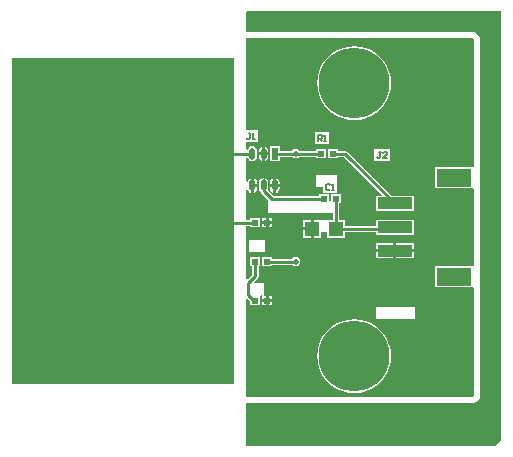
<source format=gtl>
%FSLAX23Y23*%
%MOIN*%
G70*
G01*
G75*
G04 Layer_Physical_Order=1*
G04 Layer_Color=255*
%ADD10O,0.022X0.039*%
%ADD11R,0.022X0.039*%
%ADD12R,0.118X0.039*%
%ADD13R,0.118X0.059*%
%ADD14R,0.024X0.020*%
%ADD15R,0.050X0.050*%
%ADD16C,0.010*%
%ADD17C,0.005*%
%ADD18R,0.740X1.090*%
%ADD19C,0.020*%
%ADD20C,0.050*%
%ADD21C,0.039*%
%ADD22C,0.236*%
G36*
X1595Y1206D02*
Y780D01*
X1591D01*
Y780D01*
X1463D01*
Y711D01*
X1591D01*
Y711D01*
X1591D01*
X1595Y707D01*
Y449D01*
X1591D01*
Y449D01*
X1463D01*
Y380D01*
X1591D01*
Y380D01*
X1591D01*
X1595Y377D01*
Y19D01*
X1591Y15D01*
X835D01*
Y339D01*
X840Y341D01*
X849Y332D01*
Y320D01*
X882D01*
Y350D01*
X882D01*
Y350D01*
X886Y354D01*
X888D01*
Y350D01*
X888D01*
Y340D01*
X900D01*
Y350D01*
X895D01*
Y354D01*
X895D01*
Y393D01*
X862D01*
X860Y398D01*
X873Y410D01*
X875Y414D01*
X876Y417D01*
X876Y417D01*
X876Y417D01*
Y417D01*
Y450D01*
X882D01*
Y480D01*
X849D01*
Y450D01*
X855D01*
Y422D01*
X840Y406D01*
X835Y408D01*
Y585D01*
X849D01*
Y580D01*
X882D01*
Y610D01*
X849D01*
Y605D01*
X835D01*
Y705D01*
X840Y705D01*
X840Y704D01*
X844Y698D01*
X849Y695D01*
X850Y695D01*
Y719D01*
Y743D01*
X849Y742D01*
X844Y739D01*
X840Y734D01*
X840Y732D01*
X835Y733D01*
Y811D01*
X840Y812D01*
X840Y810D01*
X844Y805D01*
X849Y801D01*
X855Y800D01*
X861Y801D01*
X867Y805D01*
X870Y810D01*
X871Y816D01*
Y834D01*
X870Y840D01*
X867Y845D01*
X861Y849D01*
X855Y850D01*
X849Y849D01*
X844Y845D01*
X840Y840D01*
X840Y838D01*
X835Y839D01*
Y864D01*
X873D01*
Y904D01*
X835D01*
Y1210D01*
X1591D01*
X1595Y1206D01*
D02*
G37*
G36*
X840Y1300D02*
X1685D01*
Y-130D01*
X1675Y-140D01*
X1665Y-150D01*
X835D01*
Y-5D01*
X1595D01*
X1599Y-4D01*
X1602Y-2D01*
X1612Y8D01*
X1614Y11D01*
X1615Y15D01*
Y1210D01*
X1614Y1214D01*
X1612Y1217D01*
X1602Y1227D01*
X1599Y1229D01*
X1595Y1230D01*
X835D01*
Y1298D01*
X840Y1300D01*
X840Y1300D01*
D02*
G37*
%LPC*%
G36*
X1394Y526D02*
X1335D01*
Y506D01*
X1394D01*
Y526D01*
D02*
G37*
G36*
X896Y536D02*
X843D01*
Y496D01*
X896D01*
Y536D01*
D02*
G37*
G36*
X1325Y526D02*
X1266D01*
Y506D01*
X1325D01*
Y526D01*
D02*
G37*
G36*
X1050Y570D02*
X1025D01*
Y545D01*
X1050D01*
Y570D01*
D02*
G37*
G36*
X921Y590D02*
X910D01*
Y580D01*
X921D01*
Y590D01*
D02*
G37*
G36*
X900Y610D02*
X888D01*
Y600D01*
X900D01*
Y610D01*
D02*
G37*
G36*
X1050Y605D02*
X1025D01*
Y580D01*
X1050D01*
Y605D01*
D02*
G37*
G36*
X900Y590D02*
X888D01*
Y580D01*
X900D01*
Y590D01*
D02*
G37*
G36*
X900Y330D02*
X888D01*
Y320D01*
X900D01*
Y330D01*
D02*
G37*
G36*
X921D02*
X910D01*
Y320D01*
X921D01*
Y330D01*
D02*
G37*
G36*
X1195Y273D02*
X1176Y272D01*
X1157Y267D01*
X1139Y260D01*
X1122Y250D01*
X1108Y237D01*
X1095Y223D01*
X1085Y206D01*
X1078Y188D01*
X1073Y169D01*
X1072Y150D01*
X1073Y131D01*
X1078Y112D01*
X1085Y94D01*
X1095Y77D01*
X1108Y63D01*
X1122Y50D01*
X1139Y40D01*
X1157Y33D01*
X1176Y28D01*
X1195Y27D01*
X1214Y28D01*
X1233Y33D01*
X1251Y40D01*
X1268Y50D01*
X1282Y63D01*
X1295Y77D01*
X1305Y94D01*
X1312Y112D01*
X1317Y131D01*
X1318Y150D01*
X1317Y169D01*
X1312Y188D01*
X1305Y206D01*
X1295Y223D01*
X1282Y237D01*
X1268Y250D01*
X1251Y260D01*
X1233Y267D01*
X1214Y272D01*
X1195Y273D01*
D02*
G37*
G36*
X1396Y315D02*
X1266D01*
Y275D01*
X1396D01*
Y315D01*
D02*
G37*
G36*
X1325Y496D02*
X1266D01*
Y477D01*
X1325D01*
Y496D01*
D02*
G37*
G36*
X1394D02*
X1335D01*
Y477D01*
X1394D01*
Y496D01*
D02*
G37*
G36*
X921Y350D02*
X910D01*
Y340D01*
X921D01*
Y350D01*
D02*
G37*
G36*
X1000Y480D02*
X994Y479D01*
X989Y476D01*
X989Y475D01*
X921D01*
Y480D01*
X888D01*
Y450D01*
X921D01*
Y455D01*
X989D01*
X989Y454D01*
X994Y451D01*
X1000Y450D01*
X1006Y451D01*
X1011Y454D01*
X1014Y459D01*
X1015Y465D01*
X1014Y471D01*
X1011Y476D01*
X1006Y479D01*
X1000Y480D01*
D02*
G37*
G36*
X921Y610D02*
X910D01*
Y600D01*
X921D01*
Y610D01*
D02*
G37*
G36*
X909Y820D02*
X898D01*
Y801D01*
X899Y801D01*
X904Y805D01*
X908Y810D01*
X909Y816D01*
Y820D01*
D02*
G37*
G36*
X946Y850D02*
X914D01*
Y800D01*
X946D01*
Y815D01*
X989D01*
X989Y814D01*
X994Y811D01*
X1000Y810D01*
X1006Y811D01*
X1011Y814D01*
X1011Y815D01*
X1069D01*
Y810D01*
X1102D01*
Y840D01*
X1069D01*
Y835D01*
X1011D01*
X1011Y836D01*
X1006Y839D01*
X1000Y840D01*
X994Y839D01*
X989Y836D01*
X989Y835D01*
X946D01*
Y850D01*
D02*
G37*
G36*
X1315Y840D02*
X1262D01*
Y800D01*
X1315D01*
Y840D01*
D02*
G37*
G36*
X888Y820D02*
X876D01*
Y816D01*
X878Y810D01*
X881Y805D01*
X886Y801D01*
X888Y801D01*
Y820D01*
D02*
G37*
G36*
X1110Y896D02*
X1063D01*
Y856D01*
X1110D01*
Y896D01*
D02*
G37*
G36*
X1195Y1183D02*
X1176Y1182D01*
X1157Y1177D01*
X1139Y1170D01*
X1122Y1160D01*
X1108Y1147D01*
X1095Y1133D01*
X1085Y1116D01*
X1078Y1098D01*
X1073Y1079D01*
X1072Y1060D01*
X1073Y1041D01*
X1078Y1022D01*
X1085Y1004D01*
X1095Y987D01*
X1108Y973D01*
X1122Y960D01*
X1139Y950D01*
X1157Y943D01*
X1176Y938D01*
X1195Y937D01*
X1214Y938D01*
X1233Y943D01*
X1251Y950D01*
X1268Y960D01*
X1282Y973D01*
X1295Y987D01*
X1305Y1004D01*
X1312Y1022D01*
X1317Y1041D01*
X1318Y1060D01*
X1317Y1079D01*
X1312Y1098D01*
X1305Y1116D01*
X1295Y1133D01*
X1282Y1147D01*
X1268Y1160D01*
X1251Y1170D01*
X1233Y1177D01*
X1214Y1182D01*
X1195Y1183D01*
D02*
G37*
G36*
X888Y849D02*
X886Y849D01*
X881Y845D01*
X878Y840D01*
X876Y834D01*
Y830D01*
X888D01*
Y849D01*
D02*
G37*
G36*
X898D02*
Y830D01*
X909D01*
Y834D01*
X908Y840D01*
X904Y845D01*
X899Y849D01*
X898Y849D01*
D02*
G37*
G36*
X935Y743D02*
Y724D01*
X946D01*
Y728D01*
X945Y734D01*
X941Y739D01*
X936Y742D01*
X935Y743D01*
D02*
G37*
G36*
X871Y714D02*
X860D01*
Y695D01*
X861Y695D01*
X867Y698D01*
X870Y704D01*
X871Y710D01*
Y714D01*
D02*
G37*
G36*
X925D02*
X914D01*
Y710D01*
X915Y704D01*
X919Y698D01*
X924Y695D01*
X925Y695D01*
Y714D01*
D02*
G37*
G36*
X893Y744D02*
X886Y742D01*
X881Y739D01*
X878Y734D01*
X876Y728D01*
Y710D01*
X878Y704D01*
X881Y698D01*
X885Y696D01*
X885Y695D01*
X909Y671D01*
X908Y666D01*
X906D01*
Y627D01*
X1120D01*
Y660D01*
X1125D01*
Y605D01*
X1105D01*
Y603D01*
X1085D01*
Y605D01*
X1060D01*
Y575D01*
Y545D01*
X1085D01*
Y563D01*
X1105D01*
Y545D01*
X1165D01*
Y565D01*
X1266D01*
Y555D01*
X1394D01*
Y605D01*
X1266D01*
Y585D01*
X1165D01*
Y605D01*
X1145D01*
Y660D01*
X1151D01*
Y690D01*
X1118D01*
Y666D01*
X1112D01*
Y690D01*
X1079D01*
Y685D01*
X924D01*
X907Y703D01*
X908Y704D01*
X909Y710D01*
Y728D01*
X908Y734D01*
X904Y739D01*
X899Y742D01*
X893Y744D01*
D02*
G37*
G36*
X1141Y840D02*
X1108D01*
Y810D01*
X1141D01*
Y815D01*
X1160D01*
X1286Y688D01*
X1284Y683D01*
X1266D01*
Y634D01*
X1394D01*
Y683D01*
X1320D01*
X1171Y832D01*
X1168Y834D01*
X1164Y835D01*
X1141D01*
Y840D01*
D02*
G37*
G36*
X860Y743D02*
Y724D01*
X871D01*
Y728D01*
X870Y734D01*
X867Y739D01*
X861Y742D01*
X860Y743D01*
D02*
G37*
G36*
X925D02*
X924Y742D01*
X919Y739D01*
X915Y734D01*
X914Y728D01*
Y724D01*
X925D01*
Y743D01*
D02*
G37*
G36*
X946Y714D02*
X935D01*
Y695D01*
X936Y695D01*
X941Y698D01*
X945Y704D01*
X946Y710D01*
Y714D01*
D02*
G37*
G36*
X1139Y753D02*
X1066D01*
Y714D01*
X1090D01*
Y695D01*
X1137D01*
Y714D01*
X1139D01*
Y753D01*
D02*
G37*
%LPD*%
D10*
X855Y719D02*
D03*
X893D02*
D03*
X930D02*
D03*
X855Y825D02*
D03*
X893D02*
D03*
D11*
X930D02*
D03*
D12*
X1330Y659D02*
D03*
Y580D02*
D03*
Y501D02*
D03*
Y659D02*
D03*
D13*
X1527Y745D02*
D03*
Y415D02*
D03*
D14*
X1095Y675D02*
D03*
X1135D02*
D03*
X1125Y825D02*
D03*
X1085D02*
D03*
X865Y465D02*
D03*
X905D02*
D03*
X905Y335D02*
D03*
X865D02*
D03*
X865Y595D02*
D03*
X905D02*
D03*
D15*
X1055Y575D02*
D03*
X1135D02*
D03*
D16*
X920Y675D02*
X1095D01*
X893Y702D02*
X920Y675D01*
X893Y702D02*
Y719D01*
X865Y417D02*
Y465D01*
X840Y393D02*
X865Y417D01*
X840Y354D02*
Y393D01*
Y354D02*
X860Y335D01*
X1135Y585D02*
Y675D01*
X930Y825D02*
X1000D01*
X1085D01*
X905Y465D02*
X1000D01*
X1125Y825D02*
X1164D01*
X1330Y659D01*
X1135Y575D02*
X1325D01*
X630Y825D02*
X855D01*
X720Y595D02*
X865D01*
X720Y595D02*
X720Y595D01*
D17*
X1073Y866D02*
Y886D01*
X1083D01*
X1086Y883D01*
Y876D01*
X1083Y873D01*
X1073D01*
X1080D02*
X1086Y866D01*
X1093D02*
X1100D01*
X1096D01*
Y886D01*
X1093Y883D01*
X1113Y722D02*
X1110Y725D01*
X1103D01*
X1100Y722D01*
Y708D01*
X1103Y705D01*
X1110D01*
X1113Y708D01*
X1120Y705D02*
X1127D01*
X1123D01*
Y725D01*
X1120Y722D01*
X849Y894D02*
X843D01*
X846D01*
Y877D01*
X843Y874D01*
X839D01*
X836Y877D01*
X856Y874D02*
X863D01*
X859D01*
Y894D01*
X856Y891D01*
X1285Y830D02*
X1279D01*
X1282D01*
Y813D01*
X1279Y810D01*
X1275D01*
X1272Y813D01*
X1305Y810D02*
X1292D01*
X1305Y823D01*
Y827D01*
X1302Y830D01*
X1295D01*
X1292Y827D01*
D18*
X425Y600D02*
D03*
D19*
X1000Y825D02*
D03*
Y465D02*
D03*
D20*
X605Y135D02*
D03*
Y1035D02*
D03*
D21*
X1132Y1123D02*
D03*
X1258D02*
D03*
X1195Y1149D02*
D03*
X1106Y1060D02*
D03*
X1132Y997D02*
D03*
X1195Y971D02*
D03*
X1258Y997D02*
D03*
X1284Y1060D02*
D03*
X1132Y213D02*
D03*
X1258D02*
D03*
X1195Y239D02*
D03*
X1106Y150D02*
D03*
X1132Y87D02*
D03*
X1195Y61D02*
D03*
X1258Y87D02*
D03*
X1284Y150D02*
D03*
D22*
X1195Y1060D02*
D03*
Y150D02*
D03*
M02*

</source>
